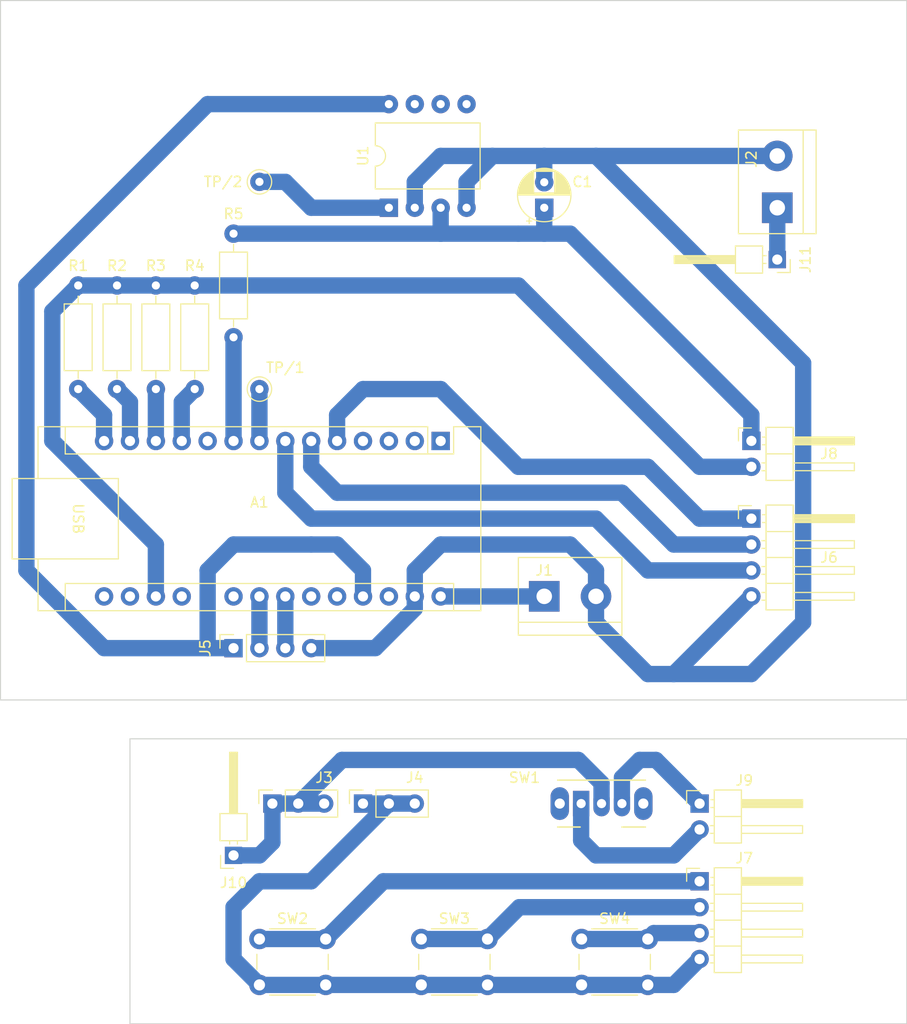
<source format=kicad_pcb>
(kicad_pcb (version 20221018) (generator pcbnew)
  (layers (0 "F.Cu" signal) (31 "B.Cu" signal) (34 "B.Paste" user) (35 "F.Paste" user) (36 "B.SilkS" user "B.Silkscreen") (37 "F.SilkS" user "F.Silkscreen") (38 "B.Mask" user) (39 "F.Mask" user) (44 "Edge.Cuts" user))
  (net 0 "")
  (net 4 "GND")
  (net 5 "Net-(A1-D2)")
  (net 6 "Net-(A1-D3)")
  (net 7 "Net-(A1-D4)")
  (net 8 "Net-(A1-D8)")
  (net 9 "Net-(A1-D10)")
  (net 10 "Net-(A1-D11)")
  (net 13 "Net-(A1-A0)")
  (net 15 "Net-(A1-A4)")
  (net 18 "+5V")
  (net 19 "+VDC")
  (net 22 "Net-(A1-A5)")
  (net 23 "Net-(A1-D9)")
  (net 24 "Net-(A1-D6)")
  (net 25 "Net-(A1-D5)")
  (net 27 "Net-(J8-Pin_1)")
  (net 29 "Net-(J9-Pin_1)")
  (net 30 "Net-(J9-Pin_2)")
  (net 31 "Net-(J7-Pin_2)")
  (net 32 "Net-(J7-Pin_3)")
  (net 33 "Net-(TP/2-Pad1)")
  (net 34 "Net-(J11-Pin_1)")
  (net 35 "Net-(J7-Pin_1)")
  (net 36 "Net-(J10-Pin_1)")
  (net 37 "Net-(J4-Pin_1)")
  (footprint "Button_Switch_THT:SW_PUSH_6mm_H7.3mm" (layer "F.Cu") (at 107.315 142.82)
    (fp_text reference "SW3" (at 3.25 -2) (layer "F.SilkS"))
    (fp_text value "Med")
    (pad "1" thru_hole circle (at 0 0 90) (size 2 2) (drill 1.1) (layers "*.Cu" "*.Mask") (net 31 "Net-(J7-Pin_2)"))
    (pad "1" thru_hole circle (at 6.5 0 90) (size 2 2) (drill 1.1) (layers "*.Cu" "*.Mask") (net 31 "Net-(J7-Pin_2)"))
    (pad "2" thru_hole circle (at 0 4.5 90) (size 2 2) (drill 1.1) (layers "*.Cu" "*.Mask") (net 37 "Net-(J4-Pin_1)"))
    (pad "2" thru_hole circle (at 6.5 4.5 90) (size 2 2) (drill 1.1) (layers "*.Cu" "*.Mask") (net 37 "Net-(J4-Pin_1)"))
  )
  (footprint "MountingHole:MountingHole_2.5mm" (layer "F.Cu") (at 114.3 133.35)
    (fp_text reference "H9" hide)
    (fp_text value "Top Hole" hide)
    (pad "" np_thru_hole circle (at 0 0) (size 2.5 2.5) (drill 2.5) (layers "*.Cu" "*.Mask"))
  )
  (footprint "TerminalBlock:TerminalBlock_bornier-2_P5.08mm" (layer "F.Cu") (at 119.38 109.22)
    (fp_text reference "J1" (at 0 -2.54) (layer "F.SilkS"))
    (fp_text value "Power")
    (pad "1" thru_hole rect (at 0 0) (size 3 3) (drill 1.52) (layers "*.Cu" "*.Mask") (net 19 "+VDC"))
    (pad "2" thru_hole circle (at 5.08 0) (size 3 3) (drill 1.52) (layers "*.Cu" "*.Mask") (net 4 "GND"))
  )
  (footprint "Connector_PinHeader_2.54mm:PinHeader_1x01_P2.54mm_Horizontal" (layer "F.Cu") (at 142.24 76.2 180)
    (fp_text reference "J11" (at -2.76 0 90) (layer "F.SilkS"))
    (fp_text value "Ext/B")
    (pad "1" thru_hole rect (at 0 0 180) (size 1.7 1.7) (drill 1) (layers "*.Cu" "*.Mask") (net 34 "Net-(J11-Pin_1)"))
  )
  (footprint "Button_Switch_THT:SW_PUSH_6mm_H7.3mm" (layer "F.Cu") (at 123.04 142.82)
    (fp_text reference "SW4" (at 3.25 -2) (layer "F.SilkS"))
    (fp_text value "Low")
    (pad "1" thru_hole circle (at 0 0 90) (size 2 2) (drill 1.1) (layers "*.Cu" "*.Mask") (net 32 "Net-(J7-Pin_3)"))
    (pad "1" thru_hole circle (at 6.5 0 90) (size 2 2) (drill 1.1) (layers "*.Cu" "*.Mask") (net 32 "Net-(J7-Pin_3)"))
    (pad "2" thru_hole circle (at 0 4.5 90) (size 2 2) (drill 1.1) (layers "*.Cu" "*.Mask") (net 37 "Net-(J4-Pin_1)"))
    (pad "2" thru_hole circle (at 6.5 4.5 90) (size 2 2) (drill 1.1) (layers "*.Cu" "*.Mask") (net 37 "Net-(J4-Pin_1)"))
  )
  (footprint "Resistor_THT:R_Axial_DIN0207_L6.3mm_D2.5mm_P10.16mm_Horizontal" (layer "F.Cu") (at 77.47 78.74 -90)
    (fp_text reference "R2" (at -1.94 0) (layer "F.SilkS"))
    (fp_text value "100k")
    (pad "1" thru_hole circle (at 0 0 270) (size 1.8 1.8) (drill 0.8) (layers "*.Cu" "*.Mask") (net 13 "Net-(A1-A0)"))
    (pad "2" thru_hole circle (at 10.16 0 270) (size 1.8 1.8) (drill 0.8) (layers "*.Cu" "*.Mask") (net 9 "Net-(A1-D10)"))
  )
  (footprint "MountingHole:MountingHole_2.5mm" (layer "F.Cu") (at 83.82 147.32)
    (fp_text reference "H8" hide)
    (fp_text value "Top Hole" hide)
    (pad "" np_thru_hole circle (at 0 0) (size 2.5 2.5) (drill 2.5) (layers "*.Cu" "*.Mask"))
  )
  (footprint "Connector_PinSocket_2.54mm:PinSocket_1x03_P2.54mm_Vertical" (layer "F.Cu") (at 101.6 129.54 90)
    (fp_text reference "J4" (at 2.54 5.08) (layer "F.SilkS"))
    (fp_text value "GND")
    (pad "1" thru_hole rect (at 0 0 90) (size 1.8 1.8) (drill 1) (layers "*.Cu" "*.Mask") (net 37 "Net-(J4-Pin_1)"))
    (pad "2" thru_hole circle (at 0 2.54 90) (size 1.8 1.8) (drill 1) (layers "*.Cu" "*.Mask") (net 37 "Net-(J4-Pin_1)"))
    (pad "3" thru_hole circle (at 0 5.08 90) (size 1.8 1.8) (drill 1) (layers "*.Cu" "*.Mask") (net 37 "Net-(J4-Pin_1)"))
  )
  (footprint "MountingHole:MountingHole_2.5mm" (layer "F.Cu") (at 149.86 114.3)
    (fp_text reference "H2" hide)
    (fp_text value "Base Hole" hide)
    (pad "" np_thru_hole circle (at 0 0) (size 2.5 2.5) (drill 2.5) (layers "F&B.Cu" "*.Mask"))
  )
  (footprint "Button_Switch_THT:SW_CuK_OS102011MA1QN1_SPDT_Angled" (layer "F.Cu") (at 123 129.54)
    (fp_text reference "SW1" (at -7.18 -2.54) (layer "F.SilkS") (effects (justify left)))
    (fp_text value "Select")
    (pad "" thru_hole oval (at -2.1 0) (size 1.8 3.2) (drill 1) (layers "*.Cu" "*.Mask"))
    (pad "" thru_hole oval (at 6.1 0) (size 1.8 3.2) (drill 1) (layers "*.Cu" "B.Mask"))
    (pad "1" thru_hole rect (at 0 0) (size 1.6 2.5) (drill 0.9) (layers "*.Cu" "*.Mask") (net 30 "Net-(J9-Pin_2)"))
    (pad "2" thru_hole oval (at 2 0) (size 1.6 2.5) (drill 0.9) (layers "*.Cu" "*.Mask") (net 36 "Net-(J10-Pin_1)"))
    (pad "3" thru_hole oval (at 4 0) (size 1.6 2.5) (drill 0.9) (layers "*.Cu" "*.Mask") (net 29 "Net-(J9-Pin_1)"))
  )
  (footprint "Connector_PinHeader_2.54mm:PinHeader_1x02_P2.54mm_Horizontal" (layer "F.Cu") (at 139.7 93.98)
    (fp_text reference "J8" (at 7.62 1.27) (layer "F.SilkS"))
    (fp_text value "Select/A")
    (pad "1" thru_hole rect (at 0 0) (size 1.8 1.8) (drill 1) (layers "*.Cu" "*.Mask") (net 27 "Net-(J8-Pin_1)"))
    (pad "2" thru_hole circle (at 0 2.54) (size 1.8 1.8) (drill 1) (layers "*.Cu" "*.Mask") (net 13 "Net-(A1-A0)"))
  )
  (footprint "MountingHole:MountingHole_2.5mm" (layer "F.Cu") (at 149.86 147.32)
    (fp_text reference "H7" hide)
    (fp_text value "Top Hole" hide)
    (pad "" np_thru_hole circle (at 0 0) (size 2.5 2.5) (drill 2.5) (layers "*.Cu" "*.Mask"))
  )
  (footprint "MountingHole:MountingHole_2.5mm" (layer "F.Cu") (at 149.86 127)
    (fp_text reference "H6" hide)
    (fp_text value "Top Hole" hide)
    (pad "" np_thru_hole circle (at 0 0) (size 2.5 2.5) (drill 2.5) (layers "*.Cu" "*.Mask"))
  )
  (footprint "Resistor_THT:R_Axial_DIN0207_L6.3mm_D2.5mm_P10.16mm_Horizontal" (layer "F.Cu") (at 88.9 73.66 -90)
    (fp_text reference "R5" (at -1.94 0) (layer "F.SilkS"))
    (fp_text value "220")
    (pad "1" thru_hole circle (at 0 0 270) (size 1.8 1.8) (drill 0.8) (layers "*.Cu" "*.Mask") (net 27 "Net-(J8-Pin_1)"))
    (pad "2" thru_hole circle (at 10.16 0 270) (size 1.8 1.8) (drill 0.8) (layers "*.Cu" "*.Mask") (net 24 "Net-(A1-D6)"))
  )
  (footprint "Resistor_THT:R_Axial_DIN0207_L6.3mm_D2.5mm_P10.16mm_Horizontal" (layer "F.Cu") (at 73.66 78.74 -90)
    (fp_text reference "R1" (at -1.94 0) (layer "F.SilkS"))
    (fp_text value "10k")
    (pad "1" thru_hole circle (at 0 0 270) (size 1.8 1.8) (drill 0.8) (layers "*.Cu" "*.Mask") (net 13 "Net-(A1-A0)"))
    (pad "2" thru_hole circle (at 10.16 0 270) (size 1.8 1.8) (drill 0.8) (layers "*.Cu" "*.Mask") (net 10 "Net-(A1-D11)"))
  )
  (footprint "Resistor_THT:R_Axial_DIN0207_L6.3mm_D2.5mm_P10.16mm_Horizontal" (layer "F.Cu") (at 85.09 78.74 -90)
    (fp_text reference "R4" (at -1.94 0) (layer "F.SilkS"))
    (fp_text value "470")
    (pad "1" thru_hole circle (at 0 0 270) (size 1.8 1.8) (drill 0.8) (layers "*.Cu" "*.Mask") (net 13 "Net-(A1-A0)"))
    (pad "2" thru_hole circle (at 10.16 0 270) (size 1.8 1.8) (drill 0.8) (layers "*.Cu" "*.Mask") (net 8 "Net-(A1-D8)"))
  )
  (footprint "TestPoint:TestPoint_THTPad_D2.0mm_Drill1.0mm" (layer "F.Cu") (at 91.44 88.9)
    (fp_text reference "TP/1" (at 2.54 -2.1) (layer "F.SilkS"))
    (fp_text value "Bridge" hide)
    (pad "1" thru_hole circle (at 0 0) (size 1.8 1.8) (drill 0.8) (layers "*.Cu" "*.Mask") (net 25 "Net-(A1-D5)"))
  )
  (footprint "Connector_PinHeader_2.54mm:PinHeader_1x04_P2.54mm_Horizontal" (layer "F.Cu") (at 134.62 137.16)
    (fp_text reference "J7" (at 4.385 -2.27) (layer "F.SilkS"))
    (fp_text value "CxMode/B")
    (pad "1" thru_hole rect (at 0 0) (size 1.8 1.8) (drill 1) (layers "*.Cu" "*.Mask") (net 35 "Net-(J7-Pin_1)"))
    (pad "2" thru_hole circle (at 0 2.54) (size 1.8 1.8) (drill 1) (layers "*.Cu" "*.Mask") (net 31 "Net-(J7-Pin_2)"))
    (pad "3" thru_hole circle (at 0 5.08) (size 1.8 1.8) (drill 1) (layers "*.Cu" "*.Mask") (net 32 "Net-(J7-Pin_3)"))
    (pad "4" thru_hole circle (at 0 7.62) (size 1.8 1.8) (drill 1) (layers "*.Cu" "*.Mask") (net 37 "Net-(J4-Pin_1)"))
  )
  (footprint "Connector_PinSocket_2.54mm:PinSocket_1x04_P2.54mm_Vertical" (layer "F.Cu") (at 88.9 114.3 90)
    (fp_text reference "J5" (at 0 -2.77 90) (layer "F.SilkS"))
    (fp_text value "Display I2C")
    (pad "1" thru_hole rect (at 0 0 90) (size 1.8 1.8) (drill 1) (layers "*.Cu" "*.Mask") (net 18 "+5V"))
    (pad "2" thru_hole circle (at 0 2.54 90) (size 1.8 1.8) (drill 1) (layers "*.Cu" "*.Mask") (net 15 "Net-(A1-A4)"))
    (pad "3" thru_hole circle (at 0 5.08 90) (size 1.8 1.8) (drill 1) (layers "*.Cu" "*.Mask") (net 22 "Net-(A1-A5)"))
    (pad "4" thru_hole circle (at 0 7.62 90) (size 1.8 1.8) (drill 1) (layers "*.Cu" "*.Mask") (net 4 "GND"))
  )
  (footprint "TestPoint:TestPoint_THTPad_D2.0mm_Drill1.0mm" (layer "F.Cu") (at 91.44 68.58)
    (fp_text reference "TP/2" (at -5.54 0) (layer "F.SilkS") (effects (justify left)))
    (fp_text value "Bridge" hide)
    (pad "1" thru_hole circle (at 0 0) (size 1.8 1.8) (drill 0.8) (layers "*.Cu" "*.Mask") (net 33 "Net-(TP/2-Pad1)"))
  )
  (footprint "Connector_PinHeader_2.54mm:PinHeader_1x01_P2.54mm_Horizontal" (layer "F.Cu") (at 88.9 134.62 90)
    (fp_text reference "J10" (at -2.68 0 180) (layer "F.SilkS"))
    (fp_text value "Ext/A")
    (pad "1" thru_hole rect (at 0 0 90) (size 1.7 1.7) (drill 1) (layers "*.Cu" "*.Mask") (net 36 "Net-(J10-Pin_1)"))
  )
  (footprint "MountingHole:MountingHole_2.5mm" (layer "F.Cu") (at 71.12 114.3)
    (fp_text reference "H4" hide)
    (fp_text value "Base Hole" hide)
    (pad "" np_thru_hole circle (at 0 0) (size 2.5 2.5) (drill 2.5) (layers "F&B.Cu" "*.Mask"))
  )
  (footprint "Capacitor_THT:CP_Radial_D5.0mm_P2.50mm" (layer "F.Cu") (at 119.38 71.12 90)
    (fp_text reference "C1" (at 2.54 2.66 180) (layer "F.SilkS") (effects (justify left)))
    (fp_text value "1uF")
    (pad "1" thru_hole rect (at 0 0 90) (size 1.8 1.8) (drill 0.8) (layers "*.Cu" "*.Mask") (net 27 "Net-(J8-Pin_1)"))
    (pad "2" thru_hole circle (at 2.5 0 90) (size 1.8 1.8) (drill 0.8) (layers "*.Cu" "*.Mask") (net 4 "GND"))
  )
  (footprint "Connector_PinHeader_2.54mm:PinHeader_1x02_P2.54mm_Horizontal" (layer "F.Cu") (at 134.62 129.54)
    (fp_text reference "J9" (at 4.385 -2.27) (layer "F.SilkS"))
    (fp_text value "Select/B")
    (pad "1" thru_hole rect (at 0 0) (size 1.8 1.8) (drill 1) (layers "*.Cu" "*.Mask") (net 29 "Net-(J9-Pin_1)"))
    (pad "2" thru_hole circle (at 0 2.54) (size 1.8 1.8) (drill 1) (layers "*.Cu" "*.Mask") (net 30 "Net-(J9-Pin_2)"))
  )
  (footprint "Connector_PinSocket_2.54mm:PinSocket_1x03_P2.54mm_Vertical" (layer "F.Cu") (at 92.71 129.54 90)
    (fp_text reference "J3" (at 2.54 5.08 180) (layer "F.SilkS"))
    (fp_text value "Cx/Lx")
    (pad "1" thru_hole rect (at 0 0 90) (size 1.8 1.8) (drill 1) (layers "*.Cu" "*.Mask") (net 36 "Net-(J10-Pin_1)"))
    (pad "2" thru_hole circle (at 0 2.54 90) (size 1.8 1.8) (drill 1) (layers "*.Cu" "*.Mask") (net 36 "Net-(J10-Pin_1)"))
    (pad "3" thru_hole circle (at 0 5.08 90) (size 1.8 1.8) (drill 1) (layers "*.Cu" "*.Mask") (net 36 "Net-(J10-Pin_1)"))
  )
  (footprint "MountingHole:MountingHole_2.5mm" (layer "F.Cu") (at 71.12 55.88)
    (fp_text reference "H1" hide)
    (fp_text value "Base Hole" hide)
    (pad "" np_thru_hole circle (at 0 0) (size 2.5 2.5) (drill 2.5) (layers "F&B.Cu" "*.Mask"))
  )
  (footprint "MountingHole:MountingHole_2.5mm" (layer "F.Cu") (at 83.82 127)
    (fp_text reference "H5" hide)
    (fp_text value "Top Hole" hide)
    (pad "" np_thru_hole circle (at 0 0) (size 2.5 2.5) (drill 2.5) (layers "*.Cu" "*.Mask"))
  )
  (footprint "Package_DIP:DIP-8_W10.16mm" (layer "F.Cu") (at 104.14 71.12 90)
    (fp_text reference "U1" (at 5.08 -2.54 90) (layer "F.SilkS"))
    (fp_text value "LM358")
    (pad "1" thru_hole rect (at 0 0 90) (size 1.8 1.8) (drill 0.8) (layers "*.Cu" "*.Mask") (net 33 "Net-(TP/2-Pad1)"))
    (pad "2" thru_hole circle (at 0 2.54 90) (size 1.8 1.8) (drill 0.8) (layers "*.Cu" "*.Mask") (net 4 "GND"))
    (pad "3" thru_hole circle (at 0 5.08 90) (size 1.8 1.8) (drill 0.8) (layers "*.Cu" "*.Mask") (net 27 "Net-(J8-Pin_1)"))
    (pad "4" thru_hole circle (at 0 7.62 90) (size 1.8 1.8) (drill 0.8) (layers "*.Cu" "*.Mask") (net 4 "GND"))
    (pad "5" thru_hole circle (at 10.16 7.62 90) (size 1.8 1.8) (drill 0.8) (layers "*.Cu" "*.Mask"))
    (pad "6" thru_hole circle (at 10.16 5.08 90) (size 1.8 1.8) (drill 0.8) (layers "*.Cu" "*.Mask"))
    (pad "7" thru_hole circle (at 10.16 2.54 90) (size 1.8 1.8) (drill 0.8) (layers "*.Cu" "*.Mask"))
    (pad "8" thru_hole circle (at 10.16 0 90) (size 1.8 1.8) (drill 0.8) (layers "*.Cu" "*.Mask") (net 18 "+5V"))
  )
  (footprint "Resistor_THT:R_Axial_DIN0207_L6.3mm_D2.5mm_P10.16mm_Horizontal" (layer "F.Cu") (at 81.28 78.74 -90)
    (fp_text reference "R3" (at -1.94 0) (layer "F.SilkS"))
    (fp_text value "1M")
    (pad "1" thru_hole circle (at 0 0 270) (size 1.8 1.8) (drill 0.8) (layers "*.Cu" "*.Mask") (net 13 "Net-(A1-A0)"))
    (pad "2" thru_hole circle (at 10.16 0 270) (size 1.8 1.8) (drill 0.8) (layers "*.Cu" "*.Mask") (net 23 "Net-(A1-D9)"))
  )
  (footprint "MountingHole:MountingHole_2.5mm" (layer "F.Cu") (at 149.86 55.88)
    (fp_text reference "H3" hide)
    (fp_text value "Base Hole" hide)
    (pad "" np_thru_hole circle (at 0 0) (size 2.5 2.5) (drill 2.5) (layers "F&B.Cu" "*.Mask"))
  )
  (footprint "Connector_PinHeader_2.54mm:PinHeader_1x04_P2.54mm_Horizontal" (layer "F.Cu") (at 139.7 101.6)
    (fp_text reference "J6" (at 7.62 3.81) (layer "F.SilkS"))
    (fp_text value "CxMode/A")
    (pad "1" thru_hole rect (at 0 0) (size 1.8 1.8) (drill 1) (layers "*.Cu" "*.Mask") (net 5 "Net-(A1-D2)"))
    (pad "2" thru_hole circle (at 0 2.54) (size 1.8 1.8) (drill 1) (layers "*.Cu" "*.Mask") (net 6 "Net-(A1-D3)"))
    (pad "3" thru_hole circle (at 0 5.08) (size 1.8 1.8) (drill 1) (layers "*.Cu" "*.Mask") (net 7 "Net-(A1-D4)"))
    (pad "4" thru_hole circle (at 0 7.62) (size 1.8 1.8) (drill 1) (layers "*.Cu" "*.Mask") (net 4 "GND"))
  )
  (footprint "TerminalBlock:TerminalBlock_bornier-2_P5.08mm" (layer "F.Cu") (at 142.24 71.12 90)
    (fp_text reference "J2" (at 3.81 -2.54 90) (layer "F.SilkS") (effects (justify left)))
    (fp_text value "External")
    (pad "1" thru_hole rect (at 0 0 90) (size 3 3) (drill 1.52) (layers "*.Cu" "*.Mask") (net 34 "Net-(J11-Pin_1)"))
    (pad "2" thru_hole circle (at 5.08 0 90) (size 3 3) (drill 1.52) (layers "*.Cu" "*.Mask") (net 4 "GND"))
  )
  (footprint "Button_Switch_THT:SW_PUSH_6mm_H7.3mm" (layer "F.Cu") (at 91.44 142.82)
    (fp_text reference "SW2" (at 3.25 -2) (layer "F.SilkS"))
    (fp_text value "High")
    (pad "1" thru_hole circle (at 0 0 90) (size 2 2) (drill 1.1) (layers "*.Cu" "*.Mask") (net 35 "Net-(J7-Pin_1)"))
    (pad "1" thru_hole circle (at 6.5 0 90) (size 2 2) (drill 1.1) (layers "*.Cu" "*.Mask") (net 35 "Net-(J7-Pin_1)"))
    (pad "2" thru_hole circle (at 0 4.5 90) (size 2 2) (drill 1.1) (layers "*.Cu" "*.Mask") (net 37 "Net-(J4-Pin_1)"))
    (pad "2" thru_hole circle (at 6.5 4.5 90) (size 2 2) (drill 1.1) (layers "*.Cu" "*.Mask") (net 37 "Net-(J4-Pin_1)"))
  )
  (footprint "Module:Arduino_Nano" (layer "F.Cu") (at 109.22 93.99 -90)
    (fp_text reference "A1" (at 6.01 17.78 180) (layer "F.SilkS"))
    (fp_text value "Arduino Nano v3")
    (fp_text user "USB" (at 7.62 35.56 -90 unlocked) (layer "F.SilkS"))
    (pad "1" thru_hole rect (at 0 0 270) (size 1.8 1.8) (drill 1) (layers "*.Cu" "*.Mask"))
    (pad "2" thru_hole circle (at 0 2.54 270) (size 1.8 1.8) (drill 1) (layers "*.Cu" "*.Mask"))
    (pad "3" thru_hole circle (at 0 5.08 270) (size 1.8 1.8) (drill 1) (layers "*.Cu" "*.Mask"))
    (pad "4" thru_hole circle (at 0 7.62 270) (size 1.8 1.8) (drill 1) (layers "*.Cu" "*.Mask"))
    (pad "5" thru_hole circle (at 0 10.16 270) (size 1.8 1.8) (drill 1) (layers "*.Cu" "*.Mask") (net 5 "Net-(A1-D2)"))
    (pad "6" thru_hole circle (at 0 12.7 270) (size 1.8 1.8) (drill 1) (layers "*.Cu" "*.Mask") (net 6 "Net-(A1-D3)"))
    (pad "7" thru_hole circle (at 0 15.24 270) (size 1.8 1.8) (drill 1) (layers "*.Cu" "*.Mask") (net 7 "Net-(A1-D4)"))
    (pad "8" thru_hole circle (at 0 17.78 270) (size 1.8 1.8) (drill 1) (layers "*.Cu" "*.Mask") (net 25 "Net-(A1-D5)"))
    (pad "9" thru_hole circle (at 0 20.32 270) (size 1.8 1.8) (drill 1) (layers "*.Cu" "*.Mask") (net 24 "Net-(A1-D6)"))
    (pad "10" thru_hole circle (at 0 22.86 270) (size 1.8 1.8) (drill 1) (layers "*.Cu" "*.Mask"))
    (pad "11" thru_hole circle (at 0 25.4 270) (size 1.8 1.8) (drill 1) (layers "*.Cu" "*.Mask") (net 8 "Net-(A1-D8)"))
    (pad "12" thru_hole circle (at 0 27.94 270) (size 1.8 1.8) (drill 1) (layers "*.Cu" "*.Mask") (net 23 "Net-(A1-D9)"))
    (pad "13" thru_hole circle (at 0 30.48 270) (size 1.8 1.8) (drill 1) (layers "*.Cu" "*.Mask") (net 9 "Net-(A1-D10)"))
    (pad "14" thru_hole circle (at 0 33.02 270) (size 1.8 1.8) (drill 1) (layers "*.Cu" "*.Mask") (net 10 "Net-(A1-D11)"))
    (pad "17" thru_hole circle (at 15.24 33.02 270) (size 1.8 1.8) (drill 1) (layers "*.Cu" "*.Mask"))
    (pad "18" thru_hole circle (at 15.24 30.48 270) (size 1.8 1.8) (drill 1) (layers "*.Cu" "*.Mask"))
    (pad "19" thru_hole circle (at 15.24 27.94 270) (size 1.8 1.8) (drill 1) (layers "*.Cu" "*.Mask") (net 13 "Net-(A1-A0)"))
    (pad "20" thru_hole circle (at 15.24 25.4 270) (size 1.8 1.8) (drill 1) (layers "*.Cu" "*.Mask"))
    (pad "22" thru_hole circle (at 15.24 20.32 270) (size 1.8 1.8) (drill 1) (layers "*.Cu" "*.Mask"))
    (pad "23" thru_hole circle (at 15.24 17.78 270) (size 1.8 1.8) (drill 1) (layers "*.Cu" "*.Mask") (net 15 "Net-(A1-A4)"))
    (pad "24" thru_hole circle (at 15.24 15.24 270) (size 1.8 1.8) (drill 1) (layers "*.Cu" "*.Mask") (net 22 "Net-(A1-A5)"))
    (pad "25" thru_hole circle (at 15.24 12.7 270) (size 1.8 1.8) (drill 1) (layers "*.Cu" "*.Mask"))
    (pad "26" thru_hole circle (at 15.24 10.16 270) (size 1.8 1.8) (drill 1) (layers "*.Cu" "*.Mask"))
    (pad "27" thru_hole circle (at 15.24 7.62 270) (size 1.8 1.8) (drill 1) (layers "*.Cu" "*.Mask") (net 18 "+5V"))
    (pad "28" thru_hole circle (at 15.24 5.08 270) (size 1.8 1.8) (drill 1) (layers "*.Cu" "*.Mask"))
    (pad "29" thru_hole circle (at 15.24 2.54 270) (size 1.8 1.8) (drill 1) (layers "*.Cu" "*.Mask") (net 4 "GND"))
    (pad "30" thru_hole circle (at 15.24 0 270) (size 1.8 1.8) (drill 1) (layers "*.Cu" "*.Mask") (net 19 "+VDC"))
  )
  (gr_line (start 154.94 50.8) (end 154.94 119.38) (stroke (width 0.1)) (layer "Edge.Cuts"))
  (gr_line (start 154.94 119.38) (end 66.04 119.38) (stroke (width 0.1)) (layer "Edge.Cuts"))
  (gr_line (start 66.04 119.38) (end 66.04 50.8) (stroke (width 0.1)) (layer "Edge.Cuts"))
  (gr_line (start 154.94 151.13) (end 78.74 151.13) (stroke (width 0.1)) (layer "Edge.Cuts"))
  (gr_line (start 154.94 151.13) (end 154.94 123.19) (stroke (width 0.1)) (layer "Edge.Cuts"))
  (gr_line (start 66.04 50.8) (end 154.94 50.8) (stroke (width 0.1)) (layer "Edge.Cuts"))
  (gr_line (start 154.94 123.19) (end 78.74 123.19) (stroke (width 0.1)) (layer "Edge.Cuts"))
  (gr_line (start 78.74 151.13) (end 78.74 123.19) (stroke (width 0.1)) (layer "Edge.Cuts"))
  (segment (start 102.802081 114.3) (end 106.68 110.422081) (width 1.6) (layer "B.Cu") (net 4))
  (segment (start 119.38 66.04) (end 114.3 66.04) (width 1.6) (layer "B.Cu") (net 4))
  (segment (start 124.46 106.68) (end 124.46 109.22) (width 1.6) (layer "B.Cu") (net 4))
  (segment (start 139.7 116.84) (end 144.78 111.76) (width 1.6) (layer "B.Cu") (net 4))
  (segment (start 109.22 104.14) (end 121.92 104.14) (width 1.6) (layer "B.Cu") (net 4))
  (segment (start 106.68 68.58) (end 109.22 66.04) (width 1.6) (layer "B.Cu") (net 4))
  (segment (start 124.46 66.04) (end 142.24 66.04) (width 1.6) (layer "B.Cu") (net 4))
  (segment (start 114.3 66.04) (end 109.22 66.04) (width 1.6) (layer "B.Cu") (net 4))
  (segment (start 129.54 116.84) (end 132.08 116.84) (width 1.6) (layer "B.Cu") (net 4))
  (segment (start 121.92 104.14) (end 124.46 106.68) (width 1.6) (layer "B.Cu") (net 4))
  (segment (start 106.68 71.12) (end 106.68 68.58) (width 1.6) (layer "B.Cu") (net 4))
  (segment (start 132.08 116.84) (end 139.7 116.84) (width 1.6) (layer "B.Cu") (net 4))
  (segment (start 106.68 110.422081) (end 106.68 109.22) (width 1.6) (layer "B.Cu") (net 4))
  (segment (start 111.76 68.58) (end 114.3 66.04) (width 1.6) (layer "B.Cu") (net 4))
  (segment (start 96.52 114.3) (end 102.802081 114.3) (width 1.6) (layer "B.Cu") (net 4))
  (segment (start 144.78 111.76) (end 144.78 86.36) (width 1.6) (layer "B.Cu") (net 4))
  (segment (start 124.46 111.76) (end 129.54 116.84) (width 1.6) (layer "B.Cu") (net 4))
  (segment (start 106.68 106.68) (end 109.22 104.14) (width 1.6) (layer "B.Cu") (net 4))
  (segment (start 106.68 109.23) (end 106.68 106.68) (width 1.6) (layer "B.Cu") (net 4))
  (segment (start 119.38 68.62) (end 119.38 66.04) (width 1.6) (layer "B.Cu") (net 4))
  (segment (start 132.08 116.84) (end 139.7 109.22) (width 1.6) (layer "B.Cu") (net 4))
  (segment (start 124.46 109.22) (end 124.46 111.76) (width 1.6) (layer "B.Cu") (net 4))
  (segment (start 119.38 66.04) (end 124.46 66.04) (width 1.6) (layer "B.Cu") (net 4))
  (segment (start 111.76 68.58) (end 111.76 71.12) (width 1.6) (layer "B.Cu") (net 4))
  (segment (start 124.46 66.04) (end 144.78 86.36) (width 1.6) (layer "B.Cu") (net 4))
  (segment (start 99.06 91.44) (end 101.6 88.9) (width 1.6) (layer "B.Cu") (net 5))
  (segment (start 101.6 88.9) (end 109.22 88.9) (width 1.6) (layer "B.Cu") (net 5))
  (segment (start 109.22 88.9) (end 116.84 96.52) (width 1.6) (layer "B.Cu") (net 5))
  (segment (start 129.54 96.52) (end 134.62 101.6) (width 1.6) (layer "B.Cu") (net 5))
  (segment (start 99.06 93.99) (end 99.06 91.44) (width 1.6) (layer "B.Cu") (net 5))
  (segment (start 139.7 101.6) (end 134.62 101.6) (width 1.6) (layer "B.Cu") (net 5))
  (segment (start 116.84 96.52) (end 129.54 96.52) (width 1.6) (layer "B.Cu") (net 5))
  (segment (start 139.7 104.14) (end 132.08 104.14) (width 1.6) (layer "B.Cu") (net 6))
  (segment (start 127 99.06) (end 99.065584 99.06) (width 1.6) (layer "B.Cu") (net 6))
  (segment (start 96.52 96.514416) (end 96.52 93.99) (width 1.6) (layer "B.Cu") (net 6))
  (segment (start 99.065584 99.06) (end 96.52 96.514416) (width 1.6) (layer "B.Cu") (net 6))
  (segment (start 132.08 104.14) (end 127 99.06) (width 1.6) (layer "B.Cu") (net 6))
  (segment (start 93.98 99.06) (end 93.98 93.99) (width 1.6) (layer "B.Cu") (net 7))
  (segment (start 96.52 101.6) (end 93.98 99.06) (width 1.6) (layer "B.Cu") (net 7))
  (segment (start 124.46 101.6) (end 96.52 101.6) (width 1.6) (layer "B.Cu") (net 7))
  (segment (start 139.7 106.68) (end 129.54 106.68) (width 1.6) (layer "B.Cu") (net 7))
  (segment (start 129.54 106.68) (end 124.46 101.6) (width 1.6) (layer "B.Cu") (net 7))
  (segment (start 83.82 90.17) (end 85.09 88.9) (width 1.6) (layer "B.Cu") (net 8))
  (segment (start 83.82 93.98) (end 83.82 90.17) (width 1.6) (layer "B.Cu") (net 8))
  (segment (start 78.74 90.17) (end 77.47 88.9) (width 1.6) (layer "B.Cu") (net 9))
  (segment (start 78.74 93.98) (end 78.74 90.17) (width 1.6) (layer "B.Cu") (net 9))
  (segment (start 76.2 91.44) (end 73.66 88.9) (width 1.6) (layer "B.Cu") (net 10))
  (segment (start 76.2 93.98) (end 76.2 91.44) (width 1.6) (layer "B.Cu") (net 10))
  (segment (start 73.66 78.74) (end 85.09 78.74) (width 1.6) (layer "B.Cu") (net 13))
  (segment (start 73.66 78.74) (end 71.12 81.28) (width 1.6) (layer "B.Cu") (net 13))
  (segment (start 81.28 104.14) (end 71.12 93.98) (width 1.6) (layer "B.Cu") (net 13))
  (segment (start 71.12 81.28) (end 71.12 93.98) (width 1.6) (layer "B.Cu") (net 13))
  (segment (start 134.62 96.52) (end 124.46 86.36) (width 1.6) (layer "B.Cu") (net 13))
  (segment (start 139.7 96.52) (end 134.62 96.52) (width 1.6) (layer "B.Cu") (net 13))
  (segment (start 116.84 78.74) (end 85.09 78.74) (width 1.6) (layer "B.Cu") (net 13))
  (segment (start 124.46 86.36) (end 116.84 78.74) (width 1.6) (layer "B.Cu") (net 13))
  (segment (start 81.28 109.22) (end 81.28 104.14) (width 1.6) (layer "B.Cu") (net 13))
  (segment (start 91.44 114.3) (end 91.44 109.23) (width 1.6) (layer "B.Cu") (net 15))
  (segment (start 76.2 114.3) (end 68.58 106.68) (width 1.6) (layer "B.Cu") (net 18))
  (segment (start 86.36 114.3) (end 86.36 106.68) (width 1.6) (layer "B.Cu") (net 18))
  (segment (start 86.36 114.3) (end 76.2 114.3) (width 1.6) (layer "B.Cu") (net 18))
  (segment (start 88.9 104.14) (end 96.52 104.14) (width 1.6) (layer "B.Cu") (net 18))
  (segment (start 101.6 106.68) (end 101.6 109.22) (width 1.6) (layer "B.Cu") (net 18))
  (segment (start 68.58 106.68) (end 68.58 78.74) (width 1.6) (layer "B.Cu") (net 18))
  (segment (start 101.6 106.68) (end 99.06 104.14) (width 1.6) (layer "B.Cu") (net 18))
  (segment (start 68.58 78.74) (end 86.36 60.96) (width 1.6) (layer "B.Cu") (net 18))
  (segment (start 99.06 104.14) (end 96.52 104.14) (width 1.6) (layer "B.Cu") (net 18))
  (segment (start 86.36 106.68) (end 88.9 104.14) (width 1.6) (layer "B.Cu") (net 18))
  (segment (start 86.36 114.3) (end 88.9 114.3) (width 1.6) (layer "B.Cu") (net 18))
  (segment (start 86.36 60.96) (end 104.14 60.96) (width 1.6) (layer "B.Cu") (net 18))
  (segment (start 119.37 109.23) (end 119.377208 109.222792) (width 1.6) (layer "B.Cu") (net 19))
  (segment (start 109.22 109.23) (end 119.37 109.23) (width 1.6) (layer "B.Cu") (net 19))
  (segment (start 93.98 114.3) (end 93.98 109.23) (width 1.6) (layer "B.Cu") (net 22))
  (segment (start 81.28 93.98) (end 81.28 88.9) (width 1.6) (layer "B.Cu") (net 23))
  (segment (start 88.9 93.98) (end 88.9 83.82) (width 1.6) (layer "B.Cu") (net 24))
  (segment (start 91.44 88.9) (end 91.44 93.99) (width 1.6) (layer "B.Cu") (net 25))
  (segment (start 109.22 73.66) (end 109.22 71.12) (width 1.6) (layer "B.Cu") (net 27))
  (segment (start 116.84 73.66) (end 119.38 73.66) (width 1.6) (layer "B.Cu") (net 27))
  (segment (start 119.38 73.66) (end 121.92 73.66) (width 1.6) (layer "B.Cu") (net 27))
  (segment (start 109.22 73.66) (end 116.84 73.66) (width 1.6) (layer "B.Cu") (net 27))
  (segment (start 88.9 73.66) (end 109.22 73.66) (width 1.6) (layer "B.Cu") (net 27))
  (segment (start 119.38 73.66) (end 119.38 71.12) (width 1.6) (layer "B.Cu") (net 27))
  (segment (start 121.92 73.66) (end 139.7 91.44) (width 1.6) (layer "B.Cu") (net 27))
  (segment (start 139.7 91.44) (end 139.7 93.98) (width 1.6) (layer "B.Cu") (net 27))
  (segment (start 127 129.54) (end 127 127) (width 1.6) (layer "B.Cu") (net 29))
  (segment (start 127 127) (end 128.74 125.26) (width 1.6) (layer "B.Cu") (net 29))
  (segment (start 128.74 125.26) (end 130.34 125.26) (width 1.6) (layer "B.Cu") (net 29))
  (segment (start 130.34 125.26) (end 134.62 129.54) (width 1.6) (layer "B.Cu") (net 29))
  (segment (start 132.08 134.62) (end 134.62 132.08) (width 1.6) (layer "B.Cu") (net 30))
  (segment (start 123 133.16) (end 123 129.54) (width 1.6) (layer "B.Cu") (net 30))
  (segment (start 132.08 134.62) (end 124.46 134.62) (width 1.6) (layer "B.Cu") (net 30))
  (segment (start 124.46 134.62) (end 123 133.16) (width 1.6) (layer "B.Cu") (net 30))
  (segment (start 134.62 139.7) (end 116.935 139.7) (width 1.6) (layer "B.Cu") (net 31))
  (segment (start 113.815 142.82) (end 107.315 142.82) (width 1.6) (layer "B.Cu") (net 31))
  (segment (start 116.935 139.7) (end 113.815 142.82) (width 1.6) (layer "B.Cu") (net 31))
  (segment (start 130.12 142.24) (end 129.54 142.82) (width 1.6) (layer "B.Cu") (net 32))
  (segment (start 129.54 142.82) (end 123.04 142.82) (width 1.6) (layer "B.Cu") (net 32))
  (segment (start 134.62 142.24) (end 130.12 142.24) (width 1.6) (layer "B.Cu") (net 32))
  (segment (start 93.98 68.58) (end 96.52 71.12) (width 1.6) (layer "B.Cu") (net 33))
  (segment (start 91.44 68.58) (end 93.98 68.58) (width 1.6) (layer "B.Cu") (net 33))
  (segment (start 96.52 71.12) (end 104.14 71.12) (width 1.6) (layer "B.Cu") (net 33))
  (segment (start 142.24 76.2) (end 142.24 71.12) (width 1.6) (layer "B.Cu") (net 34))
  (segment (start 97.94 142.82) (end 91.44 142.82) (width 1.6) (layer "B.Cu") (net 35))
  (segment (start 134.62 137.16) (end 103.6 137.16) (width 1.6) (layer "B.Cu") (net 35))
  (segment (start 103.6 137.16) (end 97.94 142.82) (width 1.6) (layer "B.Cu") (net 35))
  (segment (start 125 127.54) (end 122.72 125.26) (width 1.6) (layer "B.Cu") (net 36))
  (segment (start 122.72 125.26) (end 99.53 125.26) (width 1.6) (layer "B.Cu") (net 36))
  (segment (start 92.71 129.54) (end 97.79 129.54) (width 1.6) (layer "B.Cu") (net 36))
  (segment (start 92.71 133.35) (end 92.71 129.54) (width 1.6) (layer "B.Cu") (net 36))
  (segment (start 99.53 125.26) (end 95.25 129.54) (width 1.6) (layer "B.Cu") (net 36))
  (segment (start 88.9 134.62) (end 91.44 134.62) (width 1.6) (layer "B.Cu") (net 36))
  (segment (start 125 129.54) (end 125 127.54) (width 1.6) (layer "B.Cu") (net 36))
  (segment (start 91.44 134.62) (end 92.71 133.35) (width 1.6) (layer "B.Cu") (net 36))
  (segment (start 91.44 147.32) (end 88.9 144.78) (width 1.6) (layer "B.Cu") (net 37))
  (segment (start 132.08 147.32) (end 91.44 147.32) (width 1.6) (layer "B.Cu") (net 37))
  (segment (start 91.44 137.16) (end 96.52 137.16) (width 1.6) (layer "B.Cu") (net 37))
  (segment (start 101.6 129.54) (end 106.68 129.54) (width 1.6) (layer "B.Cu") (net 37))
  (segment (start 88.9 144.78) (end 88.9 139.7) (width 1.6) (layer "B.Cu") (net 37))
  (segment (start 134.62 144.78) (end 132.08 147.32) (width 1.6) (layer "B.Cu") (net 37))
  (segment (start 91.44 137.16) (end 88.9 139.7) (width 1.6) (layer "B.Cu") (net 37))
  (segment (start 96.52 137.16) (end 104.14 129.54) (width 1.6) (layer "B.Cu") (net 37))
)
</source>
